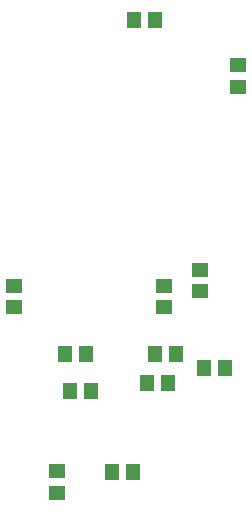
<source format=gbp>
G04*
G04 #@! TF.GenerationSoftware,Altium Limited,Altium Designer,19.0.10 (269)*
G04*
G04 Layer_Color=128*
%FSLAX24Y24*%
%MOIN*%
G70*
G01*
G75*
%ADD14R,0.0551X0.0472*%
%ADD15R,0.0472X0.0551*%
G54D14*
X8350Y11491D02*
D03*
Y12200D02*
D03*
X3370Y11481D02*
D03*
Y12190D02*
D03*
X9550Y12719D02*
D03*
Y12010D02*
D03*
X4800Y5300D02*
D03*
Y6009D02*
D03*
X10838Y19547D02*
D03*
Y18838D02*
D03*
G54D15*
X5770Y9910D02*
D03*
X5061D02*
D03*
X8060D02*
D03*
X8769D02*
D03*
X10390Y9464D02*
D03*
X9681D02*
D03*
X8500Y8950D02*
D03*
X7791D02*
D03*
X5929Y8680D02*
D03*
X5220D02*
D03*
X7320Y5990D02*
D03*
X6611D02*
D03*
X7359Y21063D02*
D03*
X8067D02*
D03*
M02*

</source>
